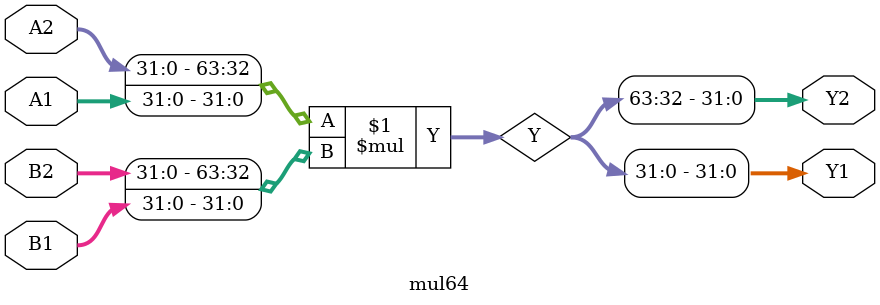
<source format=v>
module mul64(
	input [31:0] A1,
	input [31:0] B1,
	input [31:0] A2,
	input [31:0] B2,
	output [31:0] Y1,
	output [31:0] Y2
);
	wire [63:0] Y = {A2, A1} * {B2, B1};
	assign Y1 = Y[31:0];
	assign Y2 = Y[63:32];

endmodule
</source>
